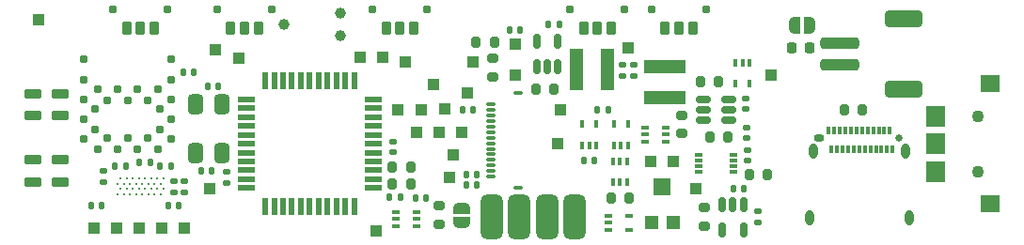
<source format=gbs>
%TF.GenerationSoftware,KiCad,Pcbnew,7.0.7*%
%TF.CreationDate,2023-09-30T12:20:31-04:00*%
%TF.ProjectId,bt-md-remote,62742d6d-642d-4726-956d-6f74652e6b69,rev?*%
%TF.SameCoordinates,Original*%
%TF.FileFunction,Soldermask,Bot*%
%TF.FilePolarity,Negative*%
%FSLAX46Y46*%
G04 Gerber Fmt 4.6, Leading zero omitted, Abs format (unit mm)*
G04 Created by KiCad (PCBNEW 7.0.7) date 2023-09-30 12:20:31*
%MOMM*%
%LPD*%
G01*
G04 APERTURE LIST*
G04 Aperture macros list*
%AMRoundRect*
0 Rectangle with rounded corners*
0 $1 Rounding radius*
0 $2 $3 $4 $5 $6 $7 $8 $9 X,Y pos of 4 corners*
0 Add a 4 corners polygon primitive as box body*
4,1,4,$2,$3,$4,$5,$6,$7,$8,$9,$2,$3,0*
0 Add four circle primitives for the rounded corners*
1,1,$1+$1,$2,$3*
1,1,$1+$1,$4,$5*
1,1,$1+$1,$6,$7*
1,1,$1+$1,$8,$9*
0 Add four rect primitives between the rounded corners*
20,1,$1+$1,$2,$3,$4,$5,0*
20,1,$1+$1,$4,$5,$6,$7,0*
20,1,$1+$1,$6,$7,$8,$9,0*
20,1,$1+$1,$8,$9,$2,$3,0*%
%AMFreePoly0*
4,1,19,0.500000,-0.750000,0.000000,-0.750000,0.000000,-0.744911,-0.071157,-0.744911,-0.207708,-0.704816,-0.327430,-0.627875,-0.420627,-0.520320,-0.479746,-0.390866,-0.500000,-0.250000,-0.500000,0.250000,-0.479746,0.390866,-0.420627,0.520320,-0.327430,0.627875,-0.207708,0.704816,-0.071157,0.744911,0.000000,0.744911,0.000000,0.750000,0.500000,0.750000,0.500000,-0.750000,0.500000,-0.750000,
$1*%
%AMFreePoly1*
4,1,19,0.000000,0.744911,0.071157,0.744911,0.207708,0.704816,0.327430,0.627875,0.420627,0.520320,0.479746,0.390866,0.500000,0.250000,0.500000,-0.250000,0.479746,-0.390866,0.420627,-0.520320,0.327430,-0.627875,0.207708,-0.704816,0.071157,-0.744911,0.000000,-0.744911,0.000000,-0.750000,-0.500000,-0.750000,-0.500000,0.750000,0.000000,0.750000,0.000000,0.744911,0.000000,0.744911,
$1*%
G04 Aperture macros list end*
%ADD10RoundRect,0.200000X-0.200000X-0.425000X0.200000X-0.425000X0.200000X0.425000X-0.200000X0.425000X0*%
%ADD11RoundRect,0.175000X-0.175000X-0.175000X0.175000X-0.175000X0.175000X0.175000X-0.175000X0.175000X0*%
%ADD12C,0.990600*%
%ADD13RoundRect,0.140000X-0.170000X0.140000X-0.170000X-0.140000X0.170000X-0.140000X0.170000X0.140000X0*%
%ADD14RoundRect,0.175000X0.175000X0.175000X-0.175000X0.175000X-0.175000X-0.175000X0.175000X-0.175000X0*%
%ADD15RoundRect,0.250000X-1.500000X-0.250000X1.500000X-0.250000X1.500000X0.250000X-1.500000X0.250000X0*%
%ADD16RoundRect,0.375000X-1.325000X-0.375000X1.325000X-0.375000X1.325000X0.375000X-1.325000X0.375000X0*%
%ADD17R,1.000000X1.000000*%
%ADD18RoundRect,0.140000X0.140000X0.170000X-0.140000X0.170000X-0.140000X-0.170000X0.140000X-0.170000X0*%
%ADD19RoundRect,0.218750X0.218750X0.256250X-0.218750X0.256250X-0.218750X-0.256250X0.218750X-0.256250X0*%
%ADD20RoundRect,0.140000X0.170000X-0.140000X0.170000X0.140000X-0.170000X0.140000X-0.170000X-0.140000X0*%
%ADD21R,0.400000X0.650000*%
%ADD22RoundRect,0.140000X-0.140000X-0.170000X0.140000X-0.170000X0.140000X0.170000X-0.140000X0.170000X0*%
%ADD23RoundRect,0.200000X-0.275000X0.200000X-0.275000X-0.200000X0.275000X-0.200000X0.275000X0.200000X0*%
%ADD24R,0.650000X0.400000*%
%ADD25R,3.700000X1.200000*%
%ADD26C,0.650000*%
%ADD27O,0.950000X0.650000*%
%ADD28R,0.300000X0.700000*%
%ADD29O,0.800000X1.400000*%
%ADD30RoundRect,0.200000X-0.200000X-0.275000X0.200000X-0.275000X0.200000X0.275000X-0.200000X0.275000X0*%
%ADD31RoundRect,0.150000X0.150000X-0.512500X0.150000X0.512500X-0.150000X0.512500X-0.150000X-0.512500X0*%
%ADD32RoundRect,0.350000X0.350000X-0.550000X0.350000X0.550000X-0.350000X0.550000X-0.350000X-0.550000X0*%
%ADD33FreePoly0,270.000000*%
%ADD34FreePoly1,270.000000*%
%ADD35RoundRect,0.200000X0.200000X0.275000X-0.200000X0.275000X-0.200000X-0.275000X0.200000X-0.275000X0*%
%ADD36RoundRect,0.200000X-0.600000X-0.200000X0.600000X-0.200000X0.600000X0.200000X-0.600000X0.200000X0*%
%ADD37RoundRect,0.150000X-0.512500X-0.150000X0.512500X-0.150000X0.512500X0.150000X-0.512500X0.150000X0*%
%ADD38FreePoly0,0.000000*%
%ADD39FreePoly1,0.000000*%
%ADD40C,1.100000*%
%ADD41R,1.800000X1.900000*%
%ADD42R,1.700000X1.600000*%
%ADD43C,0.190000*%
%ADD44R,1.500000X0.550000*%
%ADD45R,0.550000X1.500000*%
%ADD46RoundRect,0.250000X-0.300000X0.300000X-0.300000X-0.300000X0.300000X-0.300000X0.300000X0.300000X0*%
%ADD47R,0.800000X0.300000*%
%ADD48R,1.200000X1.200000*%
%ADD49R,1.600000X1.500000*%
%ADD50RoundRect,0.500000X0.500000X1.500000X-0.500000X1.500000X-0.500000X-1.500000X0.500000X-1.500000X0*%
%ADD51RoundRect,0.150000X-0.150000X0.512500X-0.150000X-0.512500X0.150000X-0.512500X0.150000X0.512500X0*%
%ADD52RoundRect,0.147500X-0.147500X-0.172500X0.147500X-0.172500X0.147500X0.172500X-0.147500X0.172500X0*%
%ADD53R,1.200000X3.700000*%
%ADD54RoundRect,0.075000X0.325000X0.075000X-0.325000X0.075000X-0.325000X-0.075000X0.325000X-0.075000X0*%
%ADD55RoundRect,0.100000X0.300000X0.100000X-0.300000X0.100000X-0.300000X-0.100000X0.300000X-0.100000X0*%
G04 APERTURE END LIST*
D10*
%TO.C,SW4*%
X127000000Y-111521047D03*
X128250000Y-111521047D03*
X129500000Y-111521047D03*
D11*
X125800000Y-109796047D03*
X130700000Y-109796047D03*
%TD*%
D10*
%TO.C,SW5*%
X158770000Y-111521047D03*
X160020000Y-111521047D03*
X161270000Y-111521047D03*
D11*
X157570000Y-109796047D03*
X162470000Y-109796047D03*
%TD*%
D10*
%TO.C,SW6*%
X166093699Y-111521047D03*
X167343699Y-111521047D03*
X168593699Y-111521047D03*
D11*
X164893699Y-109796047D03*
X169793699Y-109796047D03*
%TD*%
D10*
%TO.C,SW2*%
X140990000Y-111521047D03*
X142240000Y-111521047D03*
X143490000Y-111521047D03*
D11*
X139790000Y-109796047D03*
X144690000Y-109796047D03*
%TD*%
D10*
%TO.C,SW3*%
X117622000Y-111521047D03*
X118872000Y-111521047D03*
X120122000Y-111521047D03*
D11*
X116422000Y-109796047D03*
X121322000Y-109796047D03*
%TD*%
D12*
%TO.C,CN5*%
X131826000Y-111197077D03*
X136906000Y-110181077D03*
X136906000Y-112213077D03*
%TD*%
D13*
%TO.C,C9*%
X174498000Y-128044000D03*
X174498000Y-129004000D03*
%TD*%
D14*
%TO.C,U13*%
X120407375Y-122412000D03*
X119507375Y-121412000D03*
X118607375Y-122412000D03*
X117707375Y-121412000D03*
X116807375Y-122412000D03*
X115907375Y-121412000D03*
X115007375Y-122412000D03*
X113757375Y-121512000D03*
X114757375Y-120612000D03*
X113757375Y-119712000D03*
X114757375Y-118812000D03*
X113757375Y-117912000D03*
X115007375Y-117012000D03*
X115907375Y-118012000D03*
X116807375Y-117012000D03*
X117707375Y-118012000D03*
X118607375Y-117012000D03*
X119507375Y-118012000D03*
X120407375Y-117012000D03*
X121657375Y-117912000D03*
X120657375Y-118812000D03*
X121657375Y-119712000D03*
X120657375Y-120612000D03*
X121657375Y-121512000D03*
X121657375Y-116112000D03*
X113757375Y-116112000D03*
X121657375Y-114312000D03*
X113757375Y-114312000D03*
%TD*%
D13*
%TO.C,C6*%
X121875895Y-125315088D03*
X121875895Y-126275088D03*
%TD*%
D15*
%TO.C,CN2*%
X181864000Y-112808000D03*
X181864000Y-114808000D03*
D16*
X187614000Y-117008000D03*
X187614000Y-110608000D03*
%TD*%
D17*
%TO.C,TP16*%
X145288000Y-116586000D03*
%TD*%
%TO.C,TP9*%
X146683219Y-124969277D03*
%TD*%
D18*
%TO.C,C26*%
X115387000Y-127508000D03*
X114427000Y-127508000D03*
%TD*%
%TO.C,C24*%
X117546000Y-123952000D03*
X116586000Y-123952000D03*
%TD*%
D17*
%TO.C,TP10*%
X148844000Y-114554000D03*
%TD*%
D18*
%TO.C,C13*%
X125857000Y-116779135D03*
X124897000Y-116779135D03*
%TD*%
D17*
%TO.C,TP23*%
X138684000Y-114149667D03*
%TD*%
%TO.C,TP14*%
X146304000Y-118745000D03*
%TD*%
%TO.C,TP6*%
X175659217Y-115738728D03*
%TD*%
%TO.C,TP26*%
X122809000Y-129540000D03*
%TD*%
%TO.C,TP21*%
X125603000Y-113411000D03*
%TD*%
%TO.C,TP2*%
X109728000Y-110744000D03*
%TD*%
D19*
%TO.C,F1*%
X179095500Y-113284000D03*
X177520500Y-113284000D03*
%TD*%
D20*
%TO.C,C1*%
X173323252Y-118792832D03*
X173323252Y-117832832D03*
%TD*%
D21*
%TO.C,U10*%
X161402000Y-123510000D03*
X162052000Y-123510000D03*
X162702000Y-123510000D03*
X162702000Y-125410000D03*
X162052000Y-125410000D03*
X161402000Y-125410000D03*
%TD*%
D22*
%TO.C,C15*%
X122710000Y-115443000D03*
X123670000Y-115443000D03*
%TD*%
D17*
%TO.C,TP1*%
X125095000Y-125984000D03*
%TD*%
D20*
%TO.C,C20*%
X122853030Y-126273209D03*
X122853030Y-125313209D03*
%TD*%
D21*
%TO.C,U8*%
X159921797Y-122060714D03*
X159271797Y-122060714D03*
X158621797Y-122060714D03*
X158621797Y-120160714D03*
X159921797Y-120160714D03*
%TD*%
D17*
%TO.C,TP32*%
X164803408Y-123549258D03*
%TD*%
D18*
%TO.C,C12*%
X149167298Y-125652510D03*
X148207298Y-125652510D03*
%TD*%
D17*
%TO.C,TP20*%
X127762000Y-114173000D03*
%TD*%
D18*
%TO.C,C17*%
X142261496Y-126768718D03*
X141301496Y-126768718D03*
%TD*%
%TO.C,C11*%
X149167298Y-124665184D03*
X148207298Y-124665184D03*
%TD*%
D23*
%TO.C,R6*%
X150622000Y-114233847D03*
X150622000Y-115883847D03*
%TD*%
D17*
%TO.C,TP15*%
X143764000Y-120904000D03*
%TD*%
D21*
%TO.C,U7*%
X162788027Y-122060714D03*
X162138027Y-122060714D03*
X161488027Y-122060714D03*
X161488027Y-120160714D03*
X162788027Y-120160714D03*
%TD*%
D24*
%TO.C,U11*%
X143770013Y-128064618D03*
X143770013Y-128714618D03*
X143770013Y-129364618D03*
X141870013Y-129364618D03*
X141870013Y-128714618D03*
X141870013Y-128064618D03*
%TD*%
D17*
%TO.C,TP31*%
X166837709Y-123549258D03*
%TD*%
D25*
%TO.C,L1*%
X166116000Y-117732000D03*
X166116000Y-114932000D03*
%TD*%
D26*
%TO.C,CN1*%
X187198000Y-121370000D03*
D27*
X179998000Y-121370000D03*
D28*
X186348000Y-120710000D03*
X185848000Y-120710000D03*
X185348000Y-120710000D03*
X184848000Y-120710000D03*
X184348000Y-120710000D03*
X183848000Y-120710000D03*
X183348000Y-120710000D03*
X182848000Y-120710000D03*
X182348000Y-120710000D03*
X181848000Y-120710000D03*
X181348000Y-120710000D03*
X180848000Y-120710000D03*
X181098000Y-122410000D03*
X181598000Y-122410000D03*
X182098000Y-122410000D03*
X182598000Y-122410000D03*
X183098000Y-122410000D03*
X183598000Y-122410000D03*
X184098000Y-122410000D03*
X184598000Y-122410000D03*
X185098000Y-122410000D03*
X185598000Y-122410000D03*
X186098000Y-122410000D03*
X186598000Y-122410000D03*
D29*
X188088000Y-128570000D03*
X187728000Y-122620000D03*
X179468000Y-122620000D03*
X179108000Y-128570000D03*
%TD*%
D23*
%TO.C,R9*%
X167613245Y-119347443D03*
X167613245Y-120997443D03*
%TD*%
D30*
%TO.C,R12*%
X141552135Y-125515285D03*
X143202135Y-125515285D03*
%TD*%
D17*
%TO.C,TP17*%
X156464000Y-121920000D03*
%TD*%
D31*
%TO.C,U3*%
X156454739Y-114929500D03*
X155504739Y-114929500D03*
X154554739Y-114929500D03*
X154554739Y-112654500D03*
X156454739Y-112654500D03*
%TD*%
D32*
%TO.C,X1*%
X123838000Y-122764000D03*
X123838000Y-118364000D03*
X126238000Y-118364000D03*
X126238000Y-122764000D03*
%TD*%
D22*
%TO.C,C10*%
X172240000Y-125984000D03*
X173200000Y-125984000D03*
%TD*%
%TO.C,C28*%
X143621727Y-126776530D03*
X144581727Y-126776530D03*
%TD*%
D20*
%TO.C,C3*%
X163294940Y-115774305D03*
X163294940Y-114814305D03*
%TD*%
D17*
%TO.C,TP19*%
X140097399Y-129790719D03*
%TD*%
D22*
%TO.C,C22*%
X120651167Y-123958230D03*
X121611167Y-123958230D03*
%TD*%
D33*
%TO.C,JP2*%
X147828000Y-127732000D03*
D34*
X147828000Y-129032000D03*
%TD*%
D35*
%TO.C,R4*%
X170911118Y-116280296D03*
X169261118Y-116280296D03*
%TD*%
D24*
%TO.C,U6*%
X166176003Y-120445293D03*
X166176003Y-121095293D03*
X166176003Y-121745293D03*
X164276003Y-121745293D03*
X164276003Y-121095293D03*
X164276003Y-120445293D03*
%TD*%
D13*
%TO.C,C4*%
X141639627Y-121748146D03*
X141639627Y-122708146D03*
%TD*%
D36*
%TO.C,SW7*%
X109220000Y-125380000D03*
X109220000Y-123380000D03*
X109220000Y-119380000D03*
X109220000Y-117380000D03*
X111620000Y-125380000D03*
X111620000Y-123380000D03*
X111620000Y-119380000D03*
X111620000Y-117380000D03*
%TD*%
D37*
%TO.C,U1*%
X169550500Y-119822000D03*
X169550500Y-118872000D03*
X169550500Y-117922000D03*
X171825500Y-117922000D03*
X171825500Y-118872000D03*
X171825500Y-119822000D03*
%TD*%
D20*
%TO.C,C5*%
X126622189Y-125430147D03*
X126622189Y-124470147D03*
%TD*%
D17*
%TO.C,TP12*%
X145796000Y-120904000D03*
%TD*%
%TO.C,TP8*%
X147066000Y-122936000D03*
%TD*%
%TO.C,TP18*%
X142010059Y-118836461D03*
%TD*%
D22*
%TO.C,C14*%
X124338780Y-124386184D03*
X125298780Y-124386184D03*
%TD*%
D17*
%TO.C,TP7*%
X114681000Y-129540000D03*
%TD*%
%TO.C,TP27*%
X120777000Y-129540000D03*
%TD*%
%TO.C,TP22*%
X140716000Y-114111357D03*
%TD*%
D21*
%TO.C,U12*%
X172436000Y-114620000D03*
X173086000Y-114620000D03*
X173736000Y-114620000D03*
X173736000Y-116520000D03*
X172436000Y-116520000D03*
%TD*%
D20*
%TO.C,C25*%
X115570000Y-125349000D03*
X115570000Y-124389000D03*
%TD*%
D38*
%TO.C,JP1*%
X177800000Y-111252000D03*
D39*
X179100000Y-111252000D03*
%TD*%
D17*
%TO.C,TP28*%
X116713000Y-129540000D03*
%TD*%
%TO.C,TP5*%
X148336000Y-117348000D03*
%TD*%
D30*
%TO.C,R3*%
X170123336Y-121332479D03*
X171773336Y-121332479D03*
%TD*%
D40*
%TO.C,SW8*%
X194310000Y-124420000D03*
X194310000Y-119420000D03*
D41*
X190510000Y-124420000D03*
X190510000Y-119420000D03*
D42*
X195360000Y-127320000D03*
X195360000Y-116520000D03*
D41*
X190510000Y-121920000D03*
%TD*%
D24*
%TO.C,U9*%
X161004193Y-129691245D03*
X161004193Y-129041245D03*
X161004193Y-128391245D03*
X162904193Y-128391245D03*
X162904193Y-129691245D03*
%TD*%
D22*
%TO.C,C29*%
X158778000Y-123444000D03*
X159738000Y-123444000D03*
%TD*%
D35*
%TO.C,R5*%
X156134174Y-117024790D03*
X154484174Y-117024790D03*
%TD*%
D43*
%TO.C,U14*%
X120946000Y-125054000D03*
X120396000Y-125054000D03*
X119846000Y-125054000D03*
X119296000Y-125054000D03*
X118746000Y-125054000D03*
X118196000Y-125054000D03*
X117646000Y-125054000D03*
X117096000Y-125054000D03*
X120676000Y-125529000D03*
X120126000Y-125529000D03*
X119576000Y-125529000D03*
X119026000Y-125529000D03*
X118476000Y-125529000D03*
X117926000Y-125529000D03*
X117376000Y-125529000D03*
X116826000Y-125529000D03*
X120946000Y-125984000D03*
X120396000Y-125984000D03*
X119846000Y-125984000D03*
X119296000Y-125984000D03*
X118746000Y-125984000D03*
X118196000Y-125984000D03*
X117646000Y-125984000D03*
X117096000Y-125984000D03*
X120676000Y-126459000D03*
X120126000Y-126459000D03*
X119576000Y-126459000D03*
X119026000Y-126459000D03*
X118476000Y-126459000D03*
X117926000Y-126459000D03*
X117376000Y-126459000D03*
X116826000Y-126459000D03*
%TD*%
D35*
%TO.C,R13*%
X162887550Y-126856896D03*
X161237550Y-126856896D03*
%TD*%
D44*
%TO.C,U2*%
X139812000Y-117920000D03*
X139812000Y-118720000D03*
X139812000Y-119520000D03*
X139812000Y-120320000D03*
X139812000Y-121120000D03*
X139812000Y-121920000D03*
X139812000Y-122720000D03*
X139812000Y-123520000D03*
X139812000Y-124320000D03*
X139812000Y-125120000D03*
X139812000Y-125920000D03*
D45*
X138112000Y-127620000D03*
X137312000Y-127620000D03*
X136512000Y-127620000D03*
X135712000Y-127620000D03*
X134912000Y-127620000D03*
X134112000Y-127620000D03*
X133312000Y-127620000D03*
X132512000Y-127620000D03*
X131712000Y-127620000D03*
X130912000Y-127620000D03*
X130112000Y-127620000D03*
D44*
X128412000Y-125920000D03*
X128412000Y-125120000D03*
X128412000Y-124320000D03*
X128412000Y-123520000D03*
X128412000Y-122720000D03*
X128412000Y-121920000D03*
X128412000Y-121120000D03*
X128412000Y-120320000D03*
X128412000Y-119520000D03*
X128412000Y-118720000D03*
X128412000Y-117920000D03*
D45*
X130112000Y-116220000D03*
X130912000Y-116220000D03*
X131712000Y-116220000D03*
X132512000Y-116220000D03*
X133312000Y-116220000D03*
X134112000Y-116220000D03*
X134912000Y-116220000D03*
X135712000Y-116220000D03*
X136512000Y-116220000D03*
X137312000Y-116220000D03*
X138112000Y-116220000D03*
%TD*%
D17*
%TO.C,TP4*%
X162814000Y-113284000D03*
%TD*%
D35*
%TO.C,R1*%
X183896000Y-118872000D03*
X182246000Y-118872000D03*
%TD*%
D17*
%TO.C,TP11*%
X144121515Y-118848146D03*
%TD*%
D30*
%TO.C,R10*%
X149107925Y-112759221D03*
X150757925Y-112759221D03*
%TD*%
D46*
%TO.C,D1*%
X152623264Y-112939804D03*
X152623264Y-115739804D03*
%TD*%
D30*
%TO.C,R11*%
X141552135Y-124004720D03*
X143202135Y-124004720D03*
%TD*%
D47*
%TO.C,U5*%
X169164000Y-124444000D03*
X169164000Y-123944000D03*
X169164000Y-123444000D03*
X169164000Y-122944000D03*
X172264000Y-122944000D03*
X172264000Y-123444000D03*
X172264000Y-123944000D03*
X172264000Y-124444000D03*
%TD*%
D13*
%TO.C,C27*%
X173482000Y-120452000D03*
X173482000Y-121412000D03*
%TD*%
D18*
%TO.C,C19*%
X122301000Y-127508000D03*
X121341000Y-127508000D03*
%TD*%
D23*
%TO.C,R14*%
X145796000Y-127508000D03*
X145796000Y-129158000D03*
%TD*%
D18*
%TO.C,C8*%
X153035000Y-111637420D03*
X152075000Y-111637420D03*
%TD*%
D17*
%TO.C,TP24*%
X142748000Y-114574860D03*
%TD*%
D20*
%TO.C,C2*%
X162312575Y-115771387D03*
X162312575Y-114811387D03*
%TD*%
D17*
%TO.C,TP25*%
X118745000Y-129540000D03*
%TD*%
D48*
%TO.C,TR1*%
X166862000Y-129054000D03*
D49*
X165862000Y-125804000D03*
D48*
X164862000Y-129054000D03*
%TD*%
D35*
%TO.C,R8*%
X175353022Y-124663919D03*
X173703022Y-124663919D03*
%TD*%
D17*
%TO.C,TP13*%
X147828000Y-120904000D03*
%TD*%
D50*
%TO.C,CN3*%
X150488000Y-128524000D03*
X152988000Y-128524000D03*
X155488000Y-128524000D03*
X157988000Y-128524000D03*
%TD*%
D22*
%TO.C,C7*%
X155601613Y-111190866D03*
X156561613Y-111190866D03*
%TD*%
D17*
%TO.C,TP30*%
X168910000Y-125984000D03*
%TD*%
D23*
%TO.C,R7*%
X169672000Y-127699000D03*
X169672000Y-129349000D03*
%TD*%
D51*
%TO.C,U4*%
X171262000Y-127443013D03*
X172212000Y-127443013D03*
X173162000Y-127443013D03*
X173162000Y-129718013D03*
X171262000Y-129718013D03*
%TD*%
D52*
%TO.C,FB1*%
X147851000Y-118872000D03*
X148821000Y-118872000D03*
%TD*%
D53*
%TO.C,L2*%
X160914446Y-115228948D03*
X158114446Y-115228948D03*
%TD*%
D13*
%TO.C,C16*%
X173502077Y-122484000D03*
X173502077Y-123444000D03*
%TD*%
D17*
%TO.C,TP33*%
X156718000Y-118872000D03*
%TD*%
D18*
%TO.C,C18*%
X160980000Y-118872000D03*
X160020000Y-118872000D03*
%TD*%
D22*
%TO.C,C23*%
X118770373Y-123571000D03*
X119730373Y-123571000D03*
%TD*%
D54*
%TO.C,CN4*%
X150408000Y-118373838D03*
X150408000Y-118873838D03*
X150408000Y-119373838D03*
X150408000Y-119873838D03*
X150408000Y-120373838D03*
X150408000Y-120873838D03*
X150408000Y-121373838D03*
X150408000Y-121873838D03*
X150408000Y-122373838D03*
X150408000Y-122873838D03*
X150408000Y-123373838D03*
X150408000Y-123873838D03*
X150408000Y-124373838D03*
X150408000Y-124873838D03*
D55*
X152908000Y-117373838D03*
X152908000Y-125873838D03*
%TD*%
M02*

</source>
